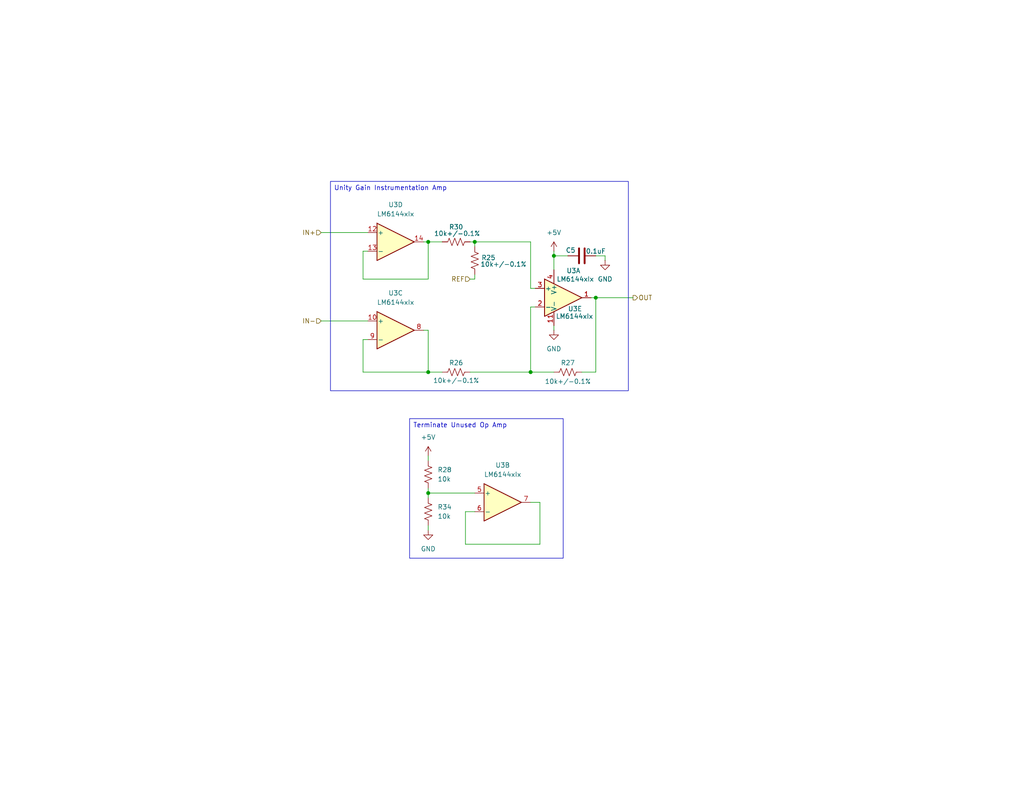
<source format=kicad_sch>
(kicad_sch (version 20231120) (generator "eeschema") (generator_version "8.0")
  (paper "A")
  (title_block (title "Diff Amp"))
  (lib_symbols
    (symbol "Amplifier_Operational:LM6144xIx" (pin_names (offset 0.127))
      (property "Reference" "U" (at 0 5.08 0))
      (property "Value" "LM6144xIx" (at 0 -5.08 0))
      (symbol "LM6144xIx_1_1"
        (polyline (pts (xy -5.08 5.08) (xy 5.08 0) (xy -5.08 -5.08) (xy -5.08 5.08)) (stroke (width 0.254)) (fill (type background)))
        (pin output line (at 7.62 0 180) (length 2.54) (name "~") (number "1"))
        (pin input line (at -7.62 -2.54 0) (length 2.54) (name "-") (number "2"))
        (pin input line (at -7.62 2.54 0) (length 2.54) (name "+") (number "3"))
      )
      (symbol "LM6144xIx_2_1"
        (polyline (pts (xy -5.08 5.08) (xy 5.08 0) (xy -5.08 -5.08) (xy -5.08 5.08)) (stroke (width 0.254)) (fill (type background)))
        (pin input line (at -7.62 2.54 0) (length 2.54) (name "+") (number "5"))
        (pin input line (at -7.62 -2.54 0) (length 2.54) (name "-") (number "6"))
        (pin output line (at 7.62 0 180) (length 2.54) (name "~") (number "7"))
      )
      (symbol "LM6144xIx_3_1"
        (polyline (pts (xy -5.08 5.08) (xy 5.08 0) (xy -5.08 -5.08) (xy -5.08 5.08)) (stroke (width 0.254)) (fill (type background)))
        (pin input line (at -7.62 2.54 0) (length 2.54) (name "+") (number "10"))
        (pin output line (at 7.62 0 180) (length 2.54) (name "~") (number "8"))
        (pin input line (at -7.62 -2.54 0) (length 2.54) (name "-") (number "9"))
      )
      (symbol "LM6144xIx_4_1"
        (polyline (pts (xy -5.08 5.08) (xy 5.08 0) (xy -5.08 -5.08) (xy -5.08 5.08)) (stroke (width 0.254)) (fill (type background)))
        (pin input line (at -7.62 2.54 0) (length 2.54) (name "+") (number "12"))
        (pin input line (at -7.62 -2.54 0) (length 2.54) (name "-") (number "13"))
        (pin output line (at 7.62 0 180) (length 2.54) (name "~") (number "14"))
      )
      (symbol "LM6144xIx_5_1"
        (pin power_in line (at -2.54 -7.62 90) (length 3.81) (name "V-") (number "11"))
        (pin power_in line (at -2.54 7.62 270) (length 3.81) (name "V+") (number "4"))
      )
    )
    (symbol "Device:C" (pin_numbers hide) (pin_names (offset 0.254))
      (property "Reference" "C" (at 0.635 2.54 0))
      (property "Value" "C" (at 0.635 -2.54 0))
      (symbol "C_0_1"
        (polyline (pts (xy -2.032 -0.762) (xy 2.032 -0.762)) (stroke (width 0.508)))
        (polyline (pts (xy -2.032 0.762) (xy 2.032 0.762)) (stroke (width 0.508)))
      )
      (symbol "C_1_1"
        (pin passive line (at 0 3.81 270) (length 2.794) (name "~") (number "1"))
        (pin passive line (at 0 -3.81 90) (length 2.794) (name "~") (number "2"))
      )
    )
    (symbol "Device:R_US" (pin_numbers hide) (pin_names (offset 0))
      (property "Reference" "R" (at 2.54 0 90))
      (property "Value" "R_US" (at -2.54 0 90))
      (symbol "R_US_0_1"
        (polyline (pts (xy 0 -2.286) (xy 0 -2.54)))
        (polyline (pts (xy 0 2.286) (xy 0 2.54)))
        (polyline (pts (xy 0 -0.762) (xy 1.016 -1.143) (xy 0 -1.524) (xy -1.016 -1.905) (xy 0 -2.286)))
        (polyline (pts (xy 0 0.762) (xy 1.016 0.381) (xy 0 0) (xy -1.016 -0.381) (xy 0 -0.762)))
        (polyline (pts (xy 0 2.286) (xy 1.016 1.905) (xy 0 1.524) (xy -1.016 1.143) (xy 0 0.762)))
      )
      (symbol "R_US_1_1"
        (pin passive line (at 0 3.81 270) (length 1.27) (name "~") (number "1"))
        (pin passive line (at 0 -3.81 90) (length 1.27) (name "~") (number "2"))
      )
    )
    (symbol "power:+5V" (power) (pin_numbers hide) (pin_names (offset 0) hide)
      (property "Value" "+5V" (at 0 3.556 0))
      (symbol "+5V_0_1"
        (polyline (pts (xy -0.762 1.27) (xy 0 2.54)))
        (polyline (pts (xy 0 0) (xy 0 2.54)))
        (polyline (pts (xy 0 2.54) (xy 0.762 1.27)))
      )
      (symbol "+5V_1_1"
        (pin power_in line (at 0 0 90) (length 0) (name "~") (number "1"))
      )
    )
    (symbol "power:GND" (power) (pin_numbers hide) (pin_names (offset 0) hide)
      (property "Value" "GND" (at 0 -3.81 0))
      (symbol "GND_0_1"
        (polyline (pts (xy 0 0) (xy 0 -1.27) (xy 1.27 -1.27) (xy 0 -2.54) (xy -1.27 -1.27) (xy 0 -1.27)))
      )
      (symbol "GND_1_1"
        (pin power_in line (at 0 0 270) (length 0) (name "~") (number "1"))
      )
    )
  )
  (junction (at 162.56 81.28))
  (junction (at 129.54 66.04))
  (junction (at 144.78 101.6))
  (junction (at 116.84 66.04))
  (junction (at 116.84 134.62))
  (junction (at 151.13 69.85))
  (junction (at 116.84 101.6))
  (wire (pts (xy 87.63 63.5) (xy 100.33 63.5)))
  (wire (pts (xy 144.78 78.74) (xy 146.05 78.74)))
  (wire (pts (xy 146.05 83.82) (xy 144.78 83.82)))
  (wire (pts (xy 116.84 124.46) (xy 116.84 125.73)))
  (wire (pts (xy 116.84 134.62) (xy 129.54 134.62)))
  (wire (pts (xy 99.06 92.71) (xy 99.06 101.6)))
  (wire (pts (xy 116.84 101.6) (xy 116.84 90.17)))
  (wire (pts (xy 128.27 66.04) (xy 129.54 66.04)))
  (wire (pts (xy 151.13 69.85) (xy 151.13 73.66)))
  (wire (pts (xy 129.54 139.7) (xy 127 139.7)))
  (wire (pts (xy 120.65 101.6) (xy 116.84 101.6)))
  (wire (pts (xy 129.54 66.04) (xy 144.78 66.04)))
  (wire (pts (xy 116.84 66.04) (xy 120.65 66.04)))
  (wire (pts (xy 116.84 134.62) (xy 116.84 135.89)))
  (wire (pts (xy 127 139.7) (xy 127 148.59)))
  (wire (pts (xy 99.06 101.6) (xy 116.84 101.6)))
  (wire (pts (xy 116.84 66.04) (xy 115.57 66.04)))
  (wire (pts (xy 100.33 92.71) (xy 99.06 92.71)))
  (wire (pts (xy 151.13 101.6) (xy 144.78 101.6)))
  (wire (pts (xy 161.29 81.28) (xy 162.56 81.28)))
  (wire (pts (xy 162.56 69.85) (xy 165.1 69.85)))
  (wire (pts (xy 144.78 101.6) (xy 128.27 101.6)))
  (wire (pts (xy 129.54 66.04) (xy 129.54 67.31)))
  (wire (pts (xy 144.78 66.04) (xy 144.78 78.74)))
  (wire (pts (xy 151.13 68.58) (xy 151.13 69.85)))
  (wire (pts (xy 116.84 133.35) (xy 116.84 134.62)))
  (wire (pts (xy 162.56 81.28) (xy 172.72 81.28)))
  (wire (pts (xy 116.84 76.2) (xy 116.84 66.04)))
  (wire (pts (xy 128.27 76.2) (xy 129.54 76.2)))
  (wire (pts (xy 162.56 101.6) (xy 158.75 101.6)))
  (wire (pts (xy 129.54 74.93) (xy 129.54 76.2)))
  (wire (pts (xy 162.56 81.28) (xy 162.56 101.6)))
  (wire (pts (xy 147.32 148.59) (xy 147.32 137.16)))
  (wire (pts (xy 144.78 83.82) (xy 144.78 101.6)))
  (wire (pts (xy 116.84 90.17) (xy 115.57 90.17)))
  (wire (pts (xy 144.78 137.16) (xy 147.32 137.16)))
  (wire (pts (xy 116.84 143.51) (xy 116.84 144.78)))
  (wire (pts (xy 99.06 76.2) (xy 116.84 76.2)))
  (wire (pts (xy 127 148.59) (xy 147.32 148.59)))
  (wire (pts (xy 165.1 71.12) (xy 165.1 69.85)))
  (wire (pts (xy 87.63 87.63) (xy 100.33 87.63)))
  (wire (pts (xy 151.13 69.85) (xy 154.94 69.85)))
  (wire (pts (xy 100.33 68.58) (xy 99.06 68.58)))
  (wire (pts (xy 151.13 88.9) (xy 151.13 90.17)))
  (wire (pts (xy 99.06 68.58) (xy 99.06 76.2)))
  (text_box "Unity Gain Instrumentation Amp" (at 90.17 49.53 0) (size 81.28 57.15) (effects (font (size 1.27 1.27)) (justify left top)))
  (text_box "Terminate Unused Op Amp" (at 111.76 114.3 0) (size 41.91 38.1) (effects (font (size 1.27 1.27)) (justify left top)))
  (hierarchical_label "IN-" (shape input) (at 87.63 87.63 180))
  (hierarchical_label "REF" (shape input) (at 128.27 76.2 180))
  (hierarchical_label "OUT" (shape output) (at 172.72 81.28 0))
  (hierarchical_label "IN+" (shape input) (at 87.63 63.5 180))
  (symbol (lib_id "Device:R_US") (at 124.46 101.6 90) (unit 1)
    (property "Reference" "R26" (at 124.46 99.06 90))
    (property "Value" "10k+/-0.1%" (at 124.46 103.886 90))
    (property "Footprint" "Resistor_SMD:R_0603_1608Metric_Pad0.98x0.95mm_HandSolder" (effects (hide yes)))
    (property "Description" "Resistor, US symbol" (effects (hide yes)))
    (property "Digikey Part #" "YAG1236CT-ND" (effects (hide yes)))
    (property "Part #" "RT0603BRD0710KL" (effects (hide yes)))
    (property "Unit Price 100x" "0.073" (effects (hide yes)))
    (property "Unit Price 1x" "0.14" (effects (hide yes)))
    (instances (project "LCR_meter" (path "" (reference "R26") (unit 1)) (path "" (reference "R31") (unit 1))))
  )
  (symbol (lib_id "power:+5V") (at 116.84 124.46 0) (unit 1)
    (property "Reference" "#PWR032" (effects (hide yes)))
    (property "Value" "+5V" (at 116.84 119.38 0))
    (property "Description" "Power symbol creates a global label with name \"+5V\"" (effects (hide yes)))
    (instances (project "LCR_meter" (path "" (reference "#PWR032") (unit 1)) (path "" (reference "#PWR011") (unit 1))))
  )
  (symbol (lib_id "Amplifier_Operational:LM6144xIx") (at 153.67 81.28 0) (unit 1)
    (property "Reference" "U3" (at 156.464 73.914 0))
    (property "Value" "LM6144xIx" (at 156.972 76.2 0))
    (property "Footprint" "Package_SO:SOIC-14_3.9x8.7mm_P1.27mm" (effects (hide yes)))
    (property "Datasheet" "https://www.ti.com/lit/ds/symlink/lm6142.pdf" (effects (hide yes)))
    (property "Description" "Low-Power, Quad-Operational Amplifiers, 17MHz, DIP-14/SOIC-14" (effects (hide yes)))
    (property "Digikey Part #" "296-35226-1-ND" (effects (hide yes)))
    (property "Part #" "LM6144BIMX/NOPB" (effects (hide yes)))
    (property "Unit Price 100x" "5.137" (effects (hide yes)))
    (property "Unit Price 1x" "8.34" (effects (hide yes)))
    (instances (project "LCR_meter" (path "" (reference "U3") (unit 1)) (path "" (reference "U6") (unit 1))))
  )
  (symbol (lib_id "Device:C") (at 158.75 69.85 90) (unit 1)
    (property "Reference" "C5" (at 155.702 68.326 90))
    (property "Value" "0.1uF" (at 162.56 68.58 90))
    (property "Footprint" "Capacitor_SMD:C_0603_1608Metric_Pad1.08x0.95mm_HandSolder" (effects (hide yes)))
    (property "Description" "Unpolarized capacitor" (effects (hide yes)))
    (property "Digikey Part #" "311-1088-1-ND" (effects (hide yes)))
    (property "Part #" "CC0603KRX7R7BB104" (effects (hide yes)))
    (property "Unit Price 100x" "0.02" (effects (hide yes)))
    (property "Unit Price 1x" "0.1" (effects (hide yes)))
    (instances (project "LCR_meter" (path "" (reference "C5") (unit 1)) (path "" (reference "C6") (unit 1))))
  )
  (symbol (lib_id "Amplifier_Operational:LM6144xIx") (at 107.95 66.04 0) (unit 4)
    (property "Reference" "U3" (at 107.95 55.88 0))
    (property "Value" "LM6144xIx" (at 107.95 58.42 0))
    (property "Footprint" "Package_SO:SOIC-14_3.9x8.7mm_P1.27mm" (effects (hide yes)))
    (property "Datasheet" "https://www.ti.com/lit/ds/symlink/lm6142.pdf" (effects (hide yes)))
    (property "Description" "Low-Power, Quad-Operational Amplifiers, 17MHz, DIP-14/SOIC-14" (effects (hide yes)))
    (property "Digikey Part #" "296-35226-1-ND" (effects (hide yes)))
    (property "Part #" "LM6144BIMX/NOPB" (effects (hide yes)))
    (property "Unit Price 100x" "5.137" (effects (hide yes)))
    (property "Unit Price 1x" "8.34" (effects (hide yes)))
    (instances (project "LCR_meter" (path "" (reference "U3") (unit 4)) (path "" (reference "U6") (unit 4))))
  )
  (symbol (lib_id "Device:R_US") (at 124.46 66.04 90) (unit 1)
    (property "Reference" "R30" (at 124.46 61.976 90))
    (property "Value" "10k+/-0.1%" (at 124.714 63.754 90))
    (property "Footprint" "Resistor_SMD:R_0603_1608Metric_Pad0.98x0.95mm_HandSolder" (effects (hide yes)))
    (property "Description" "Resistor, US symbol" (effects (hide yes)))
    (property "Digikey Part #" "YAG1236CT-ND" (effects (hide yes)))
    (property "Part #" "RT0603BRD0710KL" (effects (hide yes)))
    (property "Unit Price 100x" "0.073" (effects (hide yes)))
    (property "Unit Price 1x" "0.14" (effects (hide yes)))
    (instances (project "LCR_meter" (path "" (reference "R30") (unit 1)) (path "" (reference "R11") (unit 1))))
  )
  (symbol (lib_id "Device:R_US") (at 116.84 129.54 0) (unit 1)
    (property "Reference" "R28" (at 119.38 128.2699 0) (effects (justify left)))
    (property "Value" "10k" (at 119.38 130.8099 0) (effects (justify left)))
    (property "Footprint" "Resistor_SMD:R_0603_1608Metric_Pad0.98x0.95mm_HandSolder" (effects (hide yes)))
    (property "Description" "Resistor, US symbol" (effects (hide yes)))
    (property "Digikey Part #" "311-10.0KHRCT-ND" (effects (hide yes)))
    (property "Part #" "RC0603FR-0710KL" (effects (hide yes)))
    (property "Unit Price 100x" "0.0093" (effects (hide yes)))
    (property "Unit Price 1x" "0.1" (effects (hide yes)))
    (instances (project "LCR_meter" (path "" (reference "R28") (unit 1)) (path "" (reference "R32") (unit 1))))
  )
  (symbol (lib_id "power:GND") (at 165.1 71.12 0) (unit 1)
    (property "Reference" "#PWR012" (effects (hide yes)))
    (property "Value" "GND" (at 165.1 76.2 0))
    (property "Description" "Power symbol creates a global label with name \"GND\" , ground" (effects (hide yes)))
    (instances (project "LCR_meter" (path "" (reference "#PWR012") (unit 1)) (path "" (reference "#PWR035") (unit 1))))
  )
  (symbol (lib_id "power:GND") (at 151.13 90.17 0) (unit 1)
    (property "Reference" "#PWR034" (effects (hide yes)))
    (property "Value" "GND" (at 151.13 95.25 0))
    (property "Description" "Power symbol creates a global label with name \"GND\" , ground" (effects (hide yes)))
    (instances (project "LCR_meter" (path "" (reference "#PWR034") (unit 1)) (path "" (reference "#PWR030") (unit 1))))
  )
  (symbol (lib_id "Amplifier_Operational:LM6144xIx") (at 107.95 90.17 0) (unit 3)
    (property "Reference" "U3" (at 107.95 80.01 0))
    (property "Value" "LM6144xIx" (at 107.95 82.55 0))
    (property "Footprint" "Package_SO:SOIC-14_3.9x8.7mm_P1.27mm" (effects (hide yes)))
    (property "Datasheet" "https://www.ti.com/lit/ds/symlink/lm6142.pdf" (effects (hide yes)))
    (property "Description" "Low-Power, Quad-Operational Amplifiers, 17MHz, DIP-14/SOIC-14" (effects (hide yes)))
    (property "Digikey Part #" "296-35226-1-ND" (effects (hide yes)))
    (property "Part #" "LM6144BIMX/NOPB" (effects (hide yes)))
    (property "Unit Price 100x" "5.137" (effects (hide yes)))
    (property "Unit Price 1x" "8.34" (effects (hide yes)))
    (instances (project "LCR_meter" (path "" (reference "U3") (unit 3)) (path "" (reference "U6") (unit 3))))
  )
  (symbol (lib_id "Device:R_US") (at 154.94 101.6 90) (unit 1)
    (property "Reference" "R27" (at 154.94 99.06 90))
    (property "Value" "10k+/-0.1%" (at 154.94 104.14 90))
    (property "Footprint" "Resistor_SMD:R_0603_1608Metric_Pad0.98x0.95mm_HandSolder" (effects (hide yes)))
    (property "Description" "Resistor, US symbol" (effects (hide yes)))
    (property "Digikey Part #" "YAG1236CT-ND" (effects (hide yes)))
    (property "Part #" "RT0603BRD0710KL" (effects (hide yes)))
    (property "Unit Price 100x" "0.073" (effects (hide yes)))
    (property "Unit Price 1x" "0.14" (effects (hide yes)))
    (instances (project "LCR_meter" (path "" (reference "R27") (unit 1)) (path "" (reference "R35") (unit 1))))
  )
  (symbol (lib_id "Amplifier_Operational:LM6144xIx") (at 153.67 81.28 0) (unit 5)
    (property "Reference" "U3" (at 154.94 84.328 0) (effects (justify left)))
    (property "Value" "LM6144xIx" (at 151.638 86.36 0) (effects (justify left)))
    (property "Footprint" "Package_SO:SOIC-14_3.9x8.7mm_P1.27mm" (effects (hide yes)))
    (property "Datasheet" "https://www.ti.com/lit/ds/symlink/lm6142.pdf" (effects (hide yes)))
    (property "Description" "Low-Power, Quad-Operational Amplifiers, 17MHz, DIP-14/SOIC-14" (effects (hide yes)))
    (property "Digikey Part #" "296-35226-1-ND" (effects (hide yes)))
    (property "Part #" "LM6144BIMX/NOPB" (effects (hide yes)))
    (property "Unit Price 100x" "5.137" (effects (hide yes)))
    (property "Unit Price 1x" "8.34" (effects (hide yes)))
    (instances (project "LCR_meter" (path "" (reference "U3") (unit 5)) (path "" (reference "U6") (unit 5))))
  )
  (symbol (lib_id "power:+5V") (at 151.13 68.58 0) (unit 1)
    (property "Reference" "#PWR033" (effects (hide yes)))
    (property "Value" "+5V" (at 151.13 63.5 0))
    (property "Description" "Power symbol creates a global label with name \"+5V\"" (effects (hide yes)))
    (instances (project "LCR_meter" (path "" (reference "#PWR033") (unit 1)) (path "" (reference "#PWR015") (unit 1))))
  )
  (symbol (lib_id "power:GND") (at 116.84 144.78 0) (unit 1)
    (property "Reference" "#PWR010" (effects (hide yes)))
    (property "Value" "GND" (at 116.84 149.86 0))
    (property "Description" "Power symbol creates a global label with name \"GND\" , ground" (effects (hide yes)))
    (instances (project "LCR_meter" (path "" (reference "#PWR010") (unit 1)) (path "" (reference "#PWR014") (unit 1))))
  )
  (symbol (lib_id "Amplifier_Operational:LM6144xIx") (at 137.16 137.16 0) (unit 2)
    (property "Reference" "U3" (at 137.16 127 0))
    (property "Value" "LM6144xIx" (at 137.16 129.54 0))
    (property "Footprint" "Package_SO:SOIC-14_3.9x8.7mm_P1.27mm" (effects (hide yes)))
    (property "Datasheet" "https://www.ti.com/lit/ds/symlink/lm6142.pdf" (effects (hide yes)))
    (property "Description" "Low-Power, Quad-Operational Amplifiers, 17MHz, DIP-14/SOIC-14" (effects (hide yes)))
    (property "Digikey Part #" "296-35226-1-ND" (effects (hide yes)))
    (property "Part #" "LM6144BIMX/NOPB" (effects (hide yes)))
    (property "Unit Price 100x" "5.137" (effects (hide yes)))
    (property "Unit Price 1x" "8.34" (effects (hide yes)))
    (instances (project "LCR_meter" (path "" (reference "U3") (unit 2)) (path "" (reference "U6") (unit 2))))
  )
  (symbol (lib_id "Device:R_US") (at 129.54 71.12 180) (unit 1)
    (property "Reference" "R25" (at 131.318 70.358 0) (effects (justify right)))
    (property "Value" "10k+/-0.1%" (at 131.064 72.136 0) (effects (justify right)))
    (property "Footprint" "Resistor_SMD:R_0603_1608Metric_Pad0.98x0.95mm_HandSolder" (effects (hide yes)))
    (property "Description" "Resistor, US symbol" (effects (hide yes)))
    (property "Digikey Part #" "YAG1236CT-ND" (effects (hide yes)))
    (property "Part #" "RT0603BRD0710KL" (effects (hide yes)))
    (property "Unit Price 100x" "0.073" (effects (hide yes)))
    (property "Unit Price 1x" "0.14" (effects (hide yes)))
    (instances (project "LCR_meter" (path "" (reference "R25") (unit 1)) (path "" (reference "R33") (unit 1))))
  )
  (symbol (lib_id "Device:R_US") (at 116.84 139.7 0) (unit 1)
    (property "Reference" "R34" (at 119.38 138.4299 0) (effects (justify left)))
    (property "Value" "10k" (at 119.38 140.9699 0) (effects (justify left)))
    (property "Footprint" "Resistor_SMD:R_0603_1608Metric_Pad0.98x0.95mm_HandSolder" (effects (hide yes)))
    (property "Description" "Resistor, US symbol" (effects (hide yes)))
    (property "Digikey Part #" "311-10.0KHRCT-ND" (effects (hide yes)))
    (property "Part #" "RC0603FR-0710KL" (effects (hide yes)))
    (property "Unit Price 100x" "0.0093" (effects (hide yes)))
    (property "Unit Price 1x" "0.1" (effects (hide yes)))
    (instances (project "LCR_meter" (path "" (reference "R34") (unit 1)) (path "" (reference "R29") (unit 1))))
  )
)
</source>
